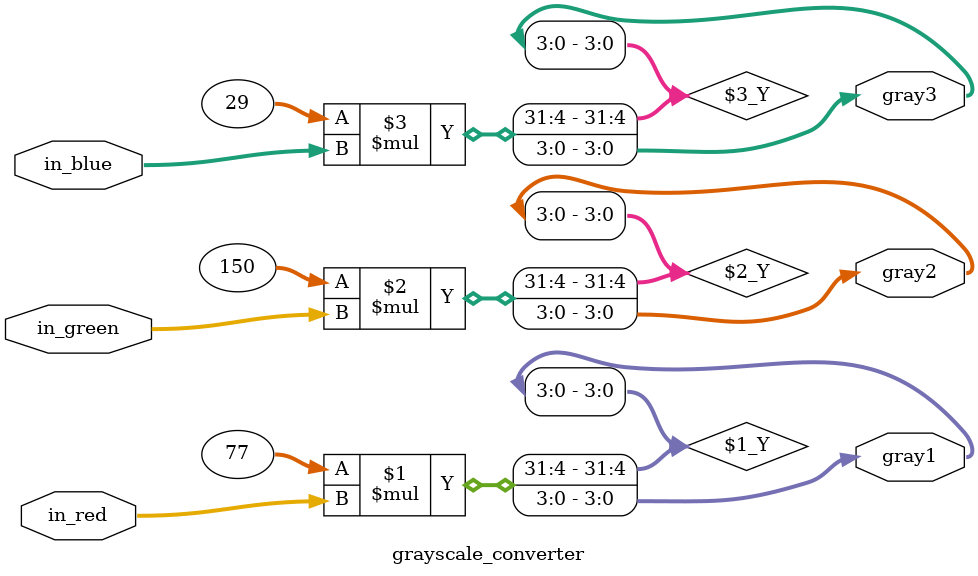
<source format=sv>
`timescale 1ns / 1ps

module grayscale_converter (
    input  logic [3:0] in_red,
    input  logic [3:0] in_green,
    input  logic [3:0] in_blue,
    output logic [3:0] gray1,
    output logic [3:0] gray2,
    output logic [3:0] gray3
);

    assign gray1 = 77 * in_red;
    assign gray2 = 150 * in_green;
    assign gray3 = 29 * in_blue;

endmodule

</source>
